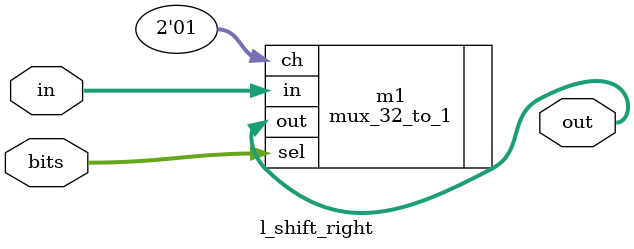
<source format=v>
`timescale 1ns / 1ps


module l_shift_right#(parameter N =32)(in, out, bits);
    input [N-1:0] in;
    input [4:0] bits;
    output [N-1:0] out;
    
//    assign out = in >> bits;
    mux_32_to_1 m1(.ch(2'b01), .sel(bits), .in(in), .out(out));
endmodule

</source>
